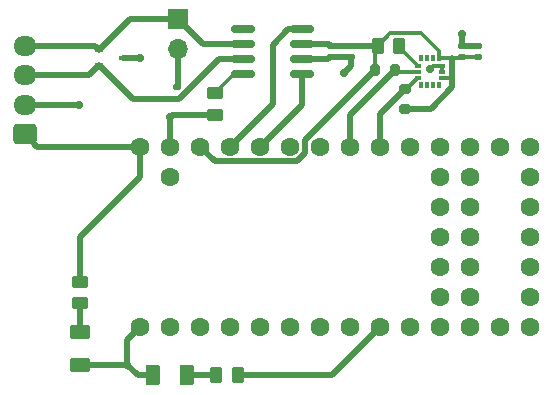
<source format=gbr>
%TF.GenerationSoftware,KiCad,Pcbnew,7.0.7*%
%TF.CreationDate,2023-11-26T17:57:00-07:00*%
%TF.ProjectId,IMUBox,494d5542-6f78-42e6-9b69-6361645f7063,v2*%
%TF.SameCoordinates,Original*%
%TF.FileFunction,Copper,L1,Top*%
%TF.FilePolarity,Positive*%
%FSLAX46Y46*%
G04 Gerber Fmt 4.6, Leading zero omitted, Abs format (unit mm)*
G04 Created by KiCad (PCBNEW 7.0.7) date 2023-11-26 17:57:00*
%MOMM*%
%LPD*%
G01*
G04 APERTURE LIST*
G04 Aperture macros list*
%AMRoundRect*
0 Rectangle with rounded corners*
0 $1 Rounding radius*
0 $2 $3 $4 $5 $6 $7 $8 $9 X,Y pos of 4 corners*
0 Add a 4 corners polygon primitive as box body*
4,1,4,$2,$3,$4,$5,$6,$7,$8,$9,$2,$3,0*
0 Add four circle primitives for the rounded corners*
1,1,$1+$1,$2,$3*
1,1,$1+$1,$4,$5*
1,1,$1+$1,$6,$7*
1,1,$1+$1,$8,$9*
0 Add four rect primitives between the rounded corners*
20,1,$1+$1,$2,$3,$4,$5,0*
20,1,$1+$1,$4,$5,$6,$7,0*
20,1,$1+$1,$6,$7,$8,$9,0*
20,1,$1+$1,$8,$9,$2,$3,0*%
G04 Aperture macros list end*
%TA.AperFunction,SMDPad,CuDef*%
%ADD10RoundRect,0.150000X0.825000X0.150000X-0.825000X0.150000X-0.825000X-0.150000X0.825000X-0.150000X0*%
%TD*%
%TA.AperFunction,SMDPad,CuDef*%
%ADD11RoundRect,0.140000X-0.170000X0.140000X-0.170000X-0.140000X0.170000X-0.140000X0.170000X0.140000X0*%
%TD*%
%TA.AperFunction,ComponentPad*%
%ADD12R,1.700000X1.700000*%
%TD*%
%TA.AperFunction,ComponentPad*%
%ADD13O,1.700000X1.700000*%
%TD*%
%TA.AperFunction,SMDPad,CuDef*%
%ADD14RoundRect,0.200000X0.200000X0.275000X-0.200000X0.275000X-0.200000X-0.275000X0.200000X-0.275000X0*%
%TD*%
%TA.AperFunction,SMDPad,CuDef*%
%ADD15RoundRect,0.250000X-0.450000X0.262500X-0.450000X-0.262500X0.450000X-0.262500X0.450000X0.262500X0*%
%TD*%
%TA.AperFunction,SMDPad,CuDef*%
%ADD16RoundRect,0.200000X-0.275000X0.200000X-0.275000X-0.200000X0.275000X-0.200000X0.275000X0.200000X0*%
%TD*%
%TA.AperFunction,SMDPad,CuDef*%
%ADD17RoundRect,0.140000X0.170000X-0.140000X0.170000X0.140000X-0.170000X0.140000X-0.170000X-0.140000X0*%
%TD*%
%TA.AperFunction,SMDPad,CuDef*%
%ADD18RoundRect,0.250000X0.450000X-0.262500X0.450000X0.262500X-0.450000X0.262500X-0.450000X-0.262500X0*%
%TD*%
%TA.AperFunction,SMDPad,CuDef*%
%ADD19RoundRect,0.250000X-0.375000X-0.625000X0.375000X-0.625000X0.375000X0.625000X-0.375000X0.625000X0*%
%TD*%
%TA.AperFunction,ComponentPad*%
%ADD20RoundRect,0.250000X0.725000X-0.600000X0.725000X0.600000X-0.725000X0.600000X-0.725000X-0.600000X0*%
%TD*%
%TA.AperFunction,ComponentPad*%
%ADD21O,1.950000X1.700000*%
%TD*%
%TA.AperFunction,SMDPad,CuDef*%
%ADD22R,0.300000X0.480000*%
%TD*%
%TA.AperFunction,SMDPad,CuDef*%
%ADD23R,0.480000X0.300000*%
%TD*%
%TA.AperFunction,SMDPad,CuDef*%
%ADD24RoundRect,0.250000X-0.262500X-0.450000X0.262500X-0.450000X0.262500X0.450000X-0.262500X0.450000X0*%
%TD*%
%TA.AperFunction,ComponentPad*%
%ADD25C,1.600000*%
%TD*%
%TA.AperFunction,SMDPad,CuDef*%
%ADD26R,0.700000X0.450000*%
%TD*%
%TA.AperFunction,SMDPad,CuDef*%
%ADD27RoundRect,0.250000X0.625000X-0.375000X0.625000X0.375000X-0.625000X0.375000X-0.625000X-0.375000X0*%
%TD*%
%TA.AperFunction,SMDPad,CuDef*%
%ADD28RoundRect,0.135000X0.185000X-0.135000X0.185000X0.135000X-0.185000X0.135000X-0.185000X-0.135000X0*%
%TD*%
%TA.AperFunction,ViaPad*%
%ADD29C,0.700000*%
%TD*%
%TA.AperFunction,Conductor*%
%ADD30C,0.500000*%
%TD*%
%TA.AperFunction,Conductor*%
%ADD31C,0.300000*%
%TD*%
G04 APERTURE END LIST*
D10*
%TO.P,U1,1,D*%
%TO.N,/CTX*%
X140675000Y-47205000D03*
%TO.P,U1,2,GND*%
%TO.N,GND*%
X140675000Y-45935000D03*
%TO.P,U1,3,VCC*%
%TO.N,+3.3V*%
X140675000Y-44665000D03*
%TO.P,U1,4,R*%
%TO.N,/CRX*%
X140675000Y-43395000D03*
%TO.P,U1,5,Vref*%
%TO.N,unconnected-(U1-Vref-Pad5)*%
X135725000Y-43395000D03*
%TO.P,U1,6,CANL*%
%TO.N,/CANL*%
X135725000Y-44665000D03*
%TO.P,U1,7,CANH*%
%TO.N,/CANH*%
X135725000Y-45935000D03*
%TO.P,U1,8,Rs*%
%TO.N,Net-(U1-Rs)*%
X135725000Y-47205000D03*
%TD*%
D11*
%TO.P,C1,1*%
%TO.N,GND*%
X155593750Y-44833750D03*
%TO.P,C1,2*%
%TO.N,+3.3V*%
X155593750Y-45793750D03*
%TD*%
D12*
%TO.P,JP1,1,A*%
%TO.N,/CANL*%
X130200000Y-42560000D03*
D13*
%TO.P,JP1,2,B*%
%TO.N,Net-(JP1-B)*%
X130200000Y-45100000D03*
%TD*%
D14*
%TO.P,R1,1*%
%TO.N,/SCL0*%
X148518750Y-46893750D03*
%TO.P,R1,2*%
%TO.N,+3.3V*%
X146868750Y-46893750D03*
%TD*%
D15*
%TO.P,R5,1*%
%TO.N,Net-(U1-Rs)*%
X133300000Y-48800000D03*
%TO.P,R5,2*%
%TO.N,GND*%
X133300000Y-50625000D03*
%TD*%
D11*
%TO.P,C4,1*%
%TO.N,+3.3V*%
X143093750Y-44793750D03*
%TO.P,C4,2*%
%TO.N,GND*%
X143093750Y-45753750D03*
%TD*%
D16*
%TO.P,R2,1*%
%TO.N,/SDA0*%
X149393750Y-48468750D03*
%TO.P,R2,2*%
%TO.N,+3.3V*%
X149393750Y-50118750D03*
%TD*%
D17*
%TO.P,C2,1*%
%TO.N,+3.3V*%
X154193750Y-45793750D03*
%TO.P,C2,2*%
%TO.N,GND*%
X154193750Y-44833750D03*
%TD*%
D18*
%TO.P,R6,1*%
%TO.N,Net-(D3-A)*%
X121900000Y-66612500D03*
%TO.P,R6,2*%
%TO.N,+5V*%
X121900000Y-64787500D03*
%TD*%
D11*
%TO.P,C3,1*%
%TO.N,+3.3V*%
X144793750Y-44793750D03*
%TO.P,C3,2*%
%TO.N,GND*%
X144793750Y-45753750D03*
%TD*%
D19*
%TO.P,D4,1,K*%
%TO.N,GND*%
X128100000Y-72700000D03*
%TO.P,D4,2,A*%
%TO.N,Net-(D4-A)*%
X130900000Y-72700000D03*
%TD*%
D20*
%TO.P,J1,1,Pin_1*%
%TO.N,+5V*%
X117200000Y-52300000D03*
D21*
%TO.P,J1,2,Pin_2*%
%TO.N,GND*%
X117200000Y-49800000D03*
%TO.P,J1,3,Pin_3*%
%TO.N,/CANH*%
X117200000Y-47300000D03*
%TO.P,J1,4,Pin_4*%
%TO.N,/CANL*%
X117200000Y-44800000D03*
%TD*%
D22*
%TO.P,U2,1,SDO/SA0*%
%TO.N,unconnected-(U2-SDO{slash}SA0-Pad1)*%
X150743750Y-48156250D03*
%TO.P,U2,2,SDx*%
%TO.N,unconnected-(U2-SDx-Pad2)*%
X151243750Y-48156250D03*
%TO.P,U2,3,SCx*%
%TO.N,unconnected-(U2-SCx-Pad3)*%
X151743750Y-48156250D03*
%TO.P,U2,4,INT1*%
%TO.N,unconnected-(U2-INT1-Pad4)*%
X152243750Y-48156250D03*
D23*
%TO.P,U2,5,VDDIO*%
%TO.N,+3.3V*%
X152493750Y-47493750D03*
%TO.P,U2,6,GND*%
%TO.N,GND*%
X152493750Y-46993750D03*
%TO.P,U2,7,GND*%
X152493750Y-46493750D03*
D22*
%TO.P,U2,8,VDD*%
%TO.N,+3.3V*%
X152243750Y-45831250D03*
%TO.P,U2,9,INT2*%
%TO.N,unconnected-(U2-INT2-Pad9)*%
X151743750Y-45831250D03*
%TO.P,U2,10,OCS_Aux*%
%TO.N,unconnected-(U2-OCS_Aux-Pad10)*%
X151243750Y-45831250D03*
%TO.P,U2,11,SDO_Aux*%
%TO.N,unconnected-(U2-SDO_Aux-Pad11)*%
X150743750Y-45831250D03*
D23*
%TO.P,U2,12,CS*%
%TO.N,Net-(U2-CS)*%
X150493750Y-46493750D03*
%TO.P,U2,13,SCL*%
%TO.N,/SCL0*%
X150493750Y-46993750D03*
%TO.P,U2,14,SDA*%
%TO.N,/SDA0*%
X150493750Y-47493750D03*
%TD*%
D24*
%TO.P,R3,1*%
%TO.N,+3.3V*%
X147081250Y-44793750D03*
%TO.P,R3,2*%
%TO.N,Net-(U2-CS)*%
X148906250Y-44793750D03*
%TD*%
D25*
%TO.P,U3,1,GND*%
%TO.N,GND*%
X127000000Y-68580000D03*
%TO.P,U3,2,0_RX1_CRX2_CS1*%
%TO.N,unconnected-(U3-0_RX1_CRX2_CS1-Pad2)*%
X129540000Y-68580000D03*
%TO.P,U3,3,1_TX1_CTX2_MISO1*%
%TO.N,unconnected-(U3-1_TX1_CTX2_MISO1-Pad3)*%
X132080000Y-68580000D03*
%TO.P,U3,4,2_OUT2*%
%TO.N,unconnected-(U3-2_OUT2-Pad4)*%
X134620000Y-68580000D03*
%TO.P,U3,5,3_LRCLK2*%
%TO.N,unconnected-(U3-3_LRCLK2-Pad5)*%
X137160000Y-68580000D03*
%TO.P,U3,6,4_BCLK2*%
%TO.N,unconnected-(U3-4_BCLK2-Pad6)*%
X139700000Y-68580000D03*
%TO.P,U3,7,5_IN2*%
%TO.N,unconnected-(U3-5_IN2-Pad7)*%
X142240000Y-68580000D03*
%TO.P,U3,8,6_OUT1D*%
%TO.N,unconnected-(U3-6_OUT1D-Pad8)*%
X144780000Y-68580000D03*
%TO.P,U3,9,7_RX2_OUT1A*%
%TO.N,/LED*%
X147320000Y-68580000D03*
%TO.P,U3,10,8_TX2_IN1*%
%TO.N,unconnected-(U3-8_TX2_IN1-Pad10)*%
X149860000Y-68580000D03*
%TO.P,U3,11,9_OUT1C*%
%TO.N,unconnected-(U3-9_OUT1C-Pad11)*%
X152400000Y-68580000D03*
%TO.P,U3,12,10_CS_MQSR*%
%TO.N,unconnected-(U3-10_CS_MQSR-Pad12)*%
X154940000Y-68580000D03*
%TO.P,U3,13,11_MOSI_CTX1*%
%TO.N,unconnected-(U3-11_MOSI_CTX1-Pad13)*%
X157480000Y-68580000D03*
%TO.P,U3,14,12_MISO_MQSL*%
%TO.N,unconnected-(U3-12_MISO_MQSL-Pad14)*%
X160020000Y-68580000D03*
%TO.P,U3,15,VBAT*%
%TO.N,unconnected-(U3-VBAT-Pad15)*%
X160020000Y-66040000D03*
%TO.P,U3,16,3V3*%
%TO.N,unconnected-(U3-3V3-Pad16)*%
X160020000Y-63500000D03*
%TO.P,U3,17,GND*%
%TO.N,GND*%
X160020000Y-60960000D03*
%TO.P,U3,18,PROGRAM*%
%TO.N,unconnected-(U3-PROGRAM-Pad18)*%
X160020000Y-58420000D03*
%TO.P,U3,19,ON_OFF*%
%TO.N,unconnected-(U3-ON_OFF-Pad19)*%
X160020000Y-55880000D03*
%TO.P,U3,20,13_SCK_CRX1_LED*%
%TO.N,unconnected-(U3-13_SCK_CRX1_LED-Pad20)*%
X160020000Y-53340000D03*
%TO.P,U3,21,14_A0_TX3_SPDIF_OUT*%
%TO.N,unconnected-(U3-14_A0_TX3_SPDIF_OUT-Pad21)*%
X157480000Y-53340000D03*
%TO.P,U3,22,15_A1_RX3_SPDIF_IN*%
%TO.N,unconnected-(U3-15_A1_RX3_SPDIF_IN-Pad22)*%
X154940000Y-53340000D03*
%TO.P,U3,23,16_A2_RX4_SCL1*%
%TO.N,unconnected-(U3-16_A2_RX4_SCL1-Pad23)*%
X152400000Y-53340000D03*
%TO.P,U3,24,17_A3_TX4_SDA1*%
%TO.N,unconnected-(U3-17_A3_TX4_SDA1-Pad24)*%
X149860000Y-53340000D03*
%TO.P,U3,25,18_A4_SDA0*%
%TO.N,/SDA0*%
X147320000Y-53340000D03*
%TO.P,U3,26,19_A5_SCL0*%
%TO.N,/SCL0*%
X144780000Y-53340000D03*
%TO.P,U3,27,20_A6_TX5_LRCLK1*%
%TO.N,unconnected-(U3-20_A6_TX5_LRCLK1-Pad27)*%
X142240000Y-53340000D03*
%TO.P,U3,28,21_A7_RX5_BCLK1*%
%TO.N,unconnected-(U3-21_A7_RX5_BCLK1-Pad28)*%
X139700000Y-53340000D03*
%TO.P,U3,29,22_A8_CTX1*%
%TO.N,/CTX*%
X137160000Y-53340000D03*
%TO.P,U3,30,23_A9_CRX1_MCLK1*%
%TO.N,/CRX*%
X134620000Y-53340000D03*
%TO.P,U3,31,3V3*%
%TO.N,+3.3V*%
X132080000Y-53340000D03*
%TO.P,U3,32,GND*%
%TO.N,GND*%
X129540000Y-53340000D03*
%TO.P,U3,33,VIN*%
%TO.N,+5V*%
X127000000Y-53340000D03*
%TO.P,U3,34,VUSB*%
%TO.N,unconnected-(U3-VUSB-Pad34)*%
X129540000Y-55880000D03*
%TO.P,U3,35,24_A10_TX6_SCL2*%
%TO.N,unconnected-(U3-24_A10_TX6_SCL2-Pad35)*%
X154940000Y-55880000D03*
%TO.P,U3,36,25_A11_RX6_SDA2*%
%TO.N,unconnected-(U3-25_A11_RX6_SDA2-Pad36)*%
X152400000Y-55880000D03*
%TO.P,U3,37,26_A12_MOSI1*%
%TO.N,unconnected-(U3-26_A12_MOSI1-Pad37)*%
X154940000Y-58420000D03*
%TO.P,U3,38,27_A13_SCK1*%
%TO.N,unconnected-(U3-27_A13_SCK1-Pad38)*%
X152400000Y-58420000D03*
%TO.P,U3,39,28_RX7*%
%TO.N,unconnected-(U3-28_RX7-Pad39)*%
X154940000Y-60960000D03*
%TO.P,U3,40,29_TX7*%
%TO.N,unconnected-(U3-29_TX7-Pad40)*%
X152400000Y-60960000D03*
%TO.P,U3,41,30_CRX3*%
%TO.N,unconnected-(U3-30_CRX3-Pad41)*%
X154940000Y-63500000D03*
%TO.P,U3,42,31_CTX3*%
%TO.N,unconnected-(U3-31_CTX3-Pad42)*%
X152400000Y-63500000D03*
%TO.P,U3,43,32_OUT1B*%
%TO.N,unconnected-(U3-32_OUT1B-Pad43)*%
X154940000Y-66040000D03*
%TO.P,U3,44,33_MCLK2*%
%TO.N,unconnected-(U3-33_MCLK2-Pad44)*%
X152400000Y-66040000D03*
%TD*%
D24*
%TO.P,R7,1*%
%TO.N,Net-(D4-A)*%
X133397500Y-72640000D03*
%TO.P,R7,2*%
%TO.N,/LED*%
X135222500Y-72640000D03*
%TD*%
D26*
%TO.P,D1,1,A1*%
%TO.N,/CANL*%
X123500000Y-45150000D03*
%TO.P,D1,2,A2*%
%TO.N,/CANH*%
X123500000Y-46450000D03*
%TO.P,D1,3,common*%
%TO.N,GND*%
X125500000Y-45800000D03*
%TD*%
D27*
%TO.P,D3,1,K*%
%TO.N,GND*%
X121900000Y-71800000D03*
%TO.P,D3,2,A*%
%TO.N,Net-(D3-A)*%
X121900000Y-69000000D03*
%TD*%
D28*
%TO.P,R4,1*%
%TO.N,/CANH*%
X130100000Y-49345000D03*
%TO.P,R4,2*%
%TO.N,Net-(JP1-B)*%
X130100000Y-48325000D03*
%TD*%
D29*
%TO.N,GND*%
X121800000Y-49800000D03*
X154200000Y-43800000D03*
X151500000Y-46800000D03*
X127000000Y-45800000D03*
X125900000Y-71800000D03*
X144200000Y-47100000D03*
X129500000Y-50800000D03*
%TD*%
D30*
%TO.N,GND*%
X125900000Y-71800000D02*
X125900000Y-69680000D01*
X155593750Y-44833750D02*
X154193750Y-44833750D01*
X117200000Y-49800000D02*
X121800000Y-49800000D01*
X144793750Y-46506250D02*
X144200000Y-47100000D01*
X121900000Y-71800000D02*
X125900000Y-71800000D01*
X128100000Y-72700000D02*
X126800000Y-72700000D01*
X133300000Y-50625000D02*
X129675000Y-50625000D01*
X154193750Y-43806250D02*
X154200000Y-43800000D01*
X129540000Y-50840000D02*
X129500000Y-50800000D01*
D31*
X152493750Y-46493750D02*
X151806250Y-46493750D01*
D30*
X125500000Y-45800000D02*
X127000000Y-45800000D01*
X129540000Y-53340000D02*
X129540000Y-50840000D01*
X144793750Y-45753750D02*
X143093750Y-45753750D01*
X129675000Y-50625000D02*
X129500000Y-50800000D01*
X154193750Y-44833750D02*
X154193750Y-43806250D01*
D31*
X152493750Y-46993750D02*
X152493750Y-46493750D01*
D30*
X144793750Y-45753750D02*
X144793750Y-46506250D01*
X126800000Y-72700000D02*
X125900000Y-71800000D01*
X125900000Y-69680000D02*
X127000000Y-68580000D01*
X140675000Y-45935000D02*
X142912500Y-45935000D01*
D31*
X151806250Y-46493750D02*
X151500000Y-46800000D01*
D30*
X142912500Y-45935000D02*
X143093750Y-45753750D01*
%TO.N,+3.3V*%
X140675000Y-44665000D02*
X142965000Y-44665000D01*
D31*
X153400000Y-45831250D02*
X154156250Y-45831250D01*
X154193750Y-45793750D02*
X155593750Y-45793750D01*
D30*
X140950000Y-52812500D02*
X146868750Y-46893750D01*
D31*
X154156250Y-45831250D02*
X154193750Y-45793750D01*
D30*
X151571250Y-50118750D02*
X153400000Y-48290000D01*
X142965000Y-44665000D02*
X143093750Y-44793750D01*
X140950000Y-53857767D02*
X140950000Y-52812500D01*
D31*
X150746250Y-43743750D02*
X152243750Y-45241250D01*
D30*
X132080000Y-53340000D02*
X133330000Y-54590000D01*
X153400000Y-48290000D02*
X153400000Y-47500000D01*
D31*
X153393750Y-47493750D02*
X153400000Y-47500000D01*
D30*
X149393750Y-50118750D02*
X151571250Y-50118750D01*
X133330000Y-54590000D02*
X140217767Y-54590000D01*
X144793750Y-44793750D02*
X147081250Y-44793750D01*
D31*
X147081250Y-44793750D02*
X148131250Y-43743750D01*
X146868750Y-46893750D02*
X146868750Y-45006250D01*
D30*
X143093750Y-44793750D02*
X144793750Y-44793750D01*
D31*
X152243750Y-45831250D02*
X153400000Y-45831250D01*
D30*
X153400000Y-47500000D02*
X153400000Y-45831250D01*
D31*
X147081250Y-46681250D02*
X146868750Y-46893750D01*
X152243750Y-45241250D02*
X152243750Y-45831250D01*
X152493750Y-47493750D02*
X153393750Y-47493750D01*
X148131250Y-43743750D02*
X150746250Y-43743750D01*
X146868750Y-45006250D02*
X147081250Y-44793750D01*
D30*
X140217767Y-54590000D02*
X140950000Y-53857767D01*
D31*
X154193750Y-45793750D02*
X154150785Y-45793750D01*
D30*
%TO.N,/CANH*%
X130227315Y-49345000D02*
X130100000Y-49345000D01*
X135725000Y-45935000D02*
X133637315Y-45935000D01*
X133637315Y-45935000D02*
X130227315Y-49345000D01*
X123500000Y-46450000D02*
X126395000Y-49345000D01*
X126395000Y-49345000D02*
X130100000Y-49345000D01*
X117200000Y-47300000D02*
X122650000Y-47300000D01*
X122650000Y-47300000D02*
X123500000Y-46450000D01*
%TO.N,/CANL*%
X126090000Y-42560000D02*
X130200000Y-42560000D01*
X130200000Y-42560000D02*
X132305000Y-44665000D01*
X132305000Y-44665000D02*
X135725000Y-44665000D01*
X123500000Y-45150000D02*
X126090000Y-42560000D01*
X117200000Y-44800000D02*
X123150000Y-44800000D01*
X117200000Y-44800000D02*
X117600000Y-44400000D01*
X123150000Y-44800000D02*
X123500000Y-45150000D01*
D31*
X135690000Y-44700000D02*
X135725000Y-44665000D01*
D30*
%TO.N,+5V*%
X117200000Y-52300000D02*
X118240000Y-53340000D01*
X127000000Y-55900000D02*
X121900000Y-61000000D01*
X121900000Y-61000000D02*
X121900000Y-64787500D01*
X118240000Y-53340000D02*
X127000000Y-53340000D01*
X127000000Y-53340000D02*
X127000000Y-55900000D01*
%TO.N,Net-(JP1-B)*%
X130200000Y-45100000D02*
X130200000Y-48225000D01*
X130200000Y-48225000D02*
X130100000Y-48325000D01*
%TO.N,/SCL0*%
X144780000Y-53340000D02*
X144780000Y-50632500D01*
D31*
X148518750Y-46893750D02*
X148618750Y-46993750D01*
X148618750Y-46993750D02*
X150493750Y-46993750D01*
D30*
X144780000Y-50632500D02*
X148518750Y-46893750D01*
D31*
%TO.N,/SDA0*%
X149518750Y-48468750D02*
X150493750Y-47493750D01*
D30*
X147320000Y-53340000D02*
X147320000Y-50542500D01*
D31*
X149393750Y-48468750D02*
X149518750Y-48468750D01*
D30*
X147320000Y-50542500D02*
X149393750Y-48468750D01*
D31*
%TO.N,Net-(U2-CS)*%
X150493750Y-46493750D02*
X148906250Y-44906250D01*
X148906250Y-44906250D02*
X148906250Y-44793750D01*
%TO.N,Net-(U1-Rs)*%
X134895000Y-47205000D02*
X135725000Y-47205000D01*
X133300000Y-48800000D02*
X134895000Y-47205000D01*
D30*
%TO.N,/CTX*%
X140675000Y-49825000D02*
X140675000Y-47205000D01*
D31*
X140700000Y-47230000D02*
X140675000Y-47205000D01*
D30*
X137160000Y-53340000D02*
X140675000Y-49825000D01*
%TO.N,/CRX*%
X139505000Y-43395000D02*
X140675000Y-43395000D01*
X138200000Y-44700000D02*
X139505000Y-43395000D01*
X134620000Y-53340000D02*
X138200000Y-49760000D01*
X138200000Y-49760000D02*
X138200000Y-44700000D01*
%TO.N,/LED*%
X135222500Y-72640000D02*
X143260000Y-72640000D01*
X143260000Y-72640000D02*
X147320000Y-68580000D01*
%TO.N,Net-(D3-A)*%
X121900000Y-66612500D02*
X121900000Y-69000000D01*
%TO.N,Net-(D4-A)*%
X133337500Y-72700000D02*
X133397500Y-72640000D01*
X130900000Y-72700000D02*
X133337500Y-72700000D01*
%TD*%
M02*

</source>
